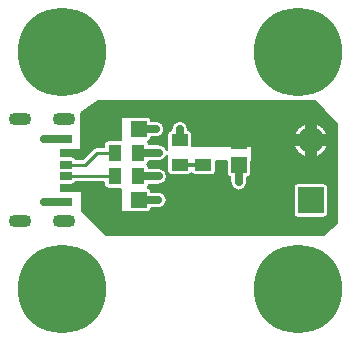
<source format=gtl>
G04 Layer: TopLayer*
G04 EasyEDA Pro v2.1.51, 2024-03-10 10:17:56*
G04 Gerber Generator version 0.3*
G04 Scale: 100 percent, Rotated: No, Reflected: No*
G04 Dimensions in millimeters*
G04 Leading zeros omitted, absolute positions, 3 integers and 5 decimals*
%FSLAX35Y35*%
%MOMM*%
%ADD8191C,0.2032*%
%ADD10C,1.0*%
%ADD11R,1.0X0.8*%
%ADD12R,1.0X0.7*%
%ADD13O,1.9X1.1*%
%ADD14R,2.2X2.2*%
%ADD15C,2.2*%
%ADD16R,1.13254X1.37701*%
%ADD17R,1.35001X1.41*%
%ADD18R,1.41X1.35001*%
%ADD19R,1.39954X1.0*%
%ADD20R,1.37701X1.13254*%
%ADD21C,7.5*%
%ADD22C,0.61*%
%ADD23C,0.254*%
%ADD24C,0.7*%
%ADD25C,0.3*%
G75*


G04 Copper Start*
G36*
G01X874207Y950158D02*
G01X670159Y1154206D01*
G01Y1314997D01*
G03X659999Y1325157I-10160J0D01*
G01X495888D01*
G01Y1379186D01*
G01X586253D01*
G03X619420Y1401486I0J35814D01*
G01X857559D01*
G01Y1381150D01*
G03X893373Y1345336I35814J0D01*
G01X999695D01*
G01Y1159640D01*
G03X1009880Y1149455I10185J0D01*
G01X1068688D01*
G03X1082497Y1146686I13809J33045D01*
G01X1223497D01*
G03X1259158Y1179186I0J35814D01*
G01X1319861D01*
G03X1390675Y1250000I0J70814D01*
G03X1319861Y1320814I-70814J0D01*
G01X1259158D01*
G03X1228687Y1352937I-35660J-3314D01*
G03X1242387Y1379186I-22061J28213D01*
G01X1323502D01*
G03X1394316Y1450000I0J70814D01*
G03X1323502Y1520814I-70814J0D01*
G01X1242387D01*
G03X1224300Y1550000I-35760J-1964D01*
G03X1242387Y1579186I-17673J31149D01*
G01X1323502D01*
G03X1389785Y1625076I0J70814D01*
G01Y1587060D01*
G03X1394209Y1578660I10185J0D01*
G01Y1494971D01*
G03X1430023Y1459157I35814J0D01*
G01X1569977D01*
G03X1600077Y1475565I0J35814D01*
G03X1631150Y1457559I31072J17809D01*
G01X1768851D01*
G03X1804665Y1493373I0J35814D01*
G01Y1576874D01*
G01X1896686D01*
G01Y1476503D01*
G03X1929186Y1440842I35814J0D01*
G01Y1400000D01*
G03X2000000Y1329186I70814J0D01*
G03X2070814Y1400000I0J70814D01*
G01Y1440842D01*
G03X2103315Y1476503I-3314J35660D01*
G01Y1577429D01*
G03X2110185Y1587060I-3315J9631D01*
G01Y1700000D01*
G03X2100000Y1710185I-10185J0D01*
G01X1605791D01*
G01Y1805029D01*
G03X1570814Y1840833I-35814J0D01*
G01Y1850000D01*
G03X1500000Y1920814I-70814J0D01*
G03X1429186Y1850000I0J-70814D01*
G01Y1840833D01*
G03X1394209Y1805029I837J-35804D01*
G01Y1708400D01*
G03X1389785Y1700000I5761J-8400D01*
G01Y1674924D01*
G03X1323502Y1720814I-66283J-24924D01*
G01X1242387D01*
G03X1228687Y1747064I-35760J-1964D01*
G03X1259158Y1779186I-5190J35436D01*
G01X1300000D01*
G03X1370814Y1850000I0J70814D01*
G03X1300000Y1920814I-70814J0D01*
G01X1259158D01*
G03X1223497Y1953315I-35660J-3314D01*
G01X1082497D01*
G03X1068688Y1950546I0J-35814D01*
G01X1009880D01*
G03X999695Y1940360I0J-10185D01*
G01Y1754665D01*
G01X893373D01*
G03X857559Y1718851I0J-35814D01*
G01Y1698514D01*
G01X800000D01*
G03X765695Y1684305I0J-48514D01*
G01X679905Y1598514D01*
G01X619420D01*
G03X586253Y1620814I-33166J-13514D01*
G01X495888D01*
G01Y1674837D01*
G01X655528D01*
G03X665688Y1684997I0J10160D01*
G01Y1984011D01*
G01X806422Y2084596D01*
G01X2641026D01*
G01X2829834Y1895788D01*
G01Y1059206D01*
G01X2720786Y950158D01*
G01X874207D01*
G37*
%LPC*%
G36*
G01X2459586Y1754000D02*
G03X2610000Y1603586I150414J0D01*
G03X2760414Y1754000I0J150414D01*
G03X2610000Y1904414I-150414J0D01*
G03X2459586Y1754000I0J-150414D01*
G37*
G36*
G01X2720000Y1100186D02*
G03X2755814Y1136000I0J35814D01*
G01Y1356000D01*
G03X2720000Y1391814I-35814J0D01*
G01X2500000D01*
G03X2464186Y1356000I0J-35814D01*
G01Y1136000D01*
G03X2500000Y1100186I35814J0D01*
G01X2720000D01*
G37*
%LPD*%
G54D8191*
G01X874207Y950158D02*
G01X670159Y1154206D01*
G01Y1314997D01*
G03X659999Y1325157I-10160J0D01*
G01X495888D01*
G01Y1379186D01*
G01X586253D01*
G03X619420Y1401486I0J35814D01*
G01X857559D01*
G01Y1381150D01*
G03X893373Y1345336I35814J0D01*
G01X999695D01*
G01Y1159640D01*
G03X1009880Y1149455I10185J0D01*
G01X1068688D01*
G03X1082497Y1146686I13809J33045D01*
G01X1223497D01*
G03X1259158Y1179186I0J35814D01*
G01X1319861D01*
G03X1390675Y1250000I0J70814D01*
G03X1319861Y1320814I-70814J0D01*
G01X1259158D01*
G03X1228687Y1352937I-35660J-3314D01*
G03X1242387Y1379186I-22061J28213D01*
G01X1323502D01*
G03X1394316Y1450000I0J70814D01*
G03X1323502Y1520814I-70814J0D01*
G01X1242387D01*
G03X1224300Y1550000I-35760J-1964D01*
G03X1242387Y1579186I-17673J31149D01*
G01X1323502D01*
G03X1389785Y1625076I0J70814D01*
G01Y1587060D01*
G03X1394209Y1578660I10185J0D01*
G01Y1494971D01*
G03X1430023Y1459157I35814J0D01*
G01X1569977D01*
G03X1600077Y1475565I0J35814D01*
G03X1631150Y1457559I31072J17809D01*
G01X1768851D01*
G03X1804665Y1493373I0J35814D01*
G01Y1576874D01*
G01X1896686D01*
G01Y1476503D01*
G03X1929186Y1440842I35814J0D01*
G01Y1400000D01*
G03X2000000Y1329186I70814J0D01*
G03X2070814Y1400000I0J70814D01*
G01Y1440842D01*
G03X2103315Y1476503I-3314J35660D01*
G01Y1577429D01*
G03X2110185Y1587060I-3315J9631D01*
G01Y1700000D01*
G03X2100000Y1710185I-10185J0D01*
G01X1605791D01*
G01Y1805029D01*
G03X1570814Y1840833I-35814J0D01*
G01Y1850000D01*
G03X1500000Y1920814I-70814J0D01*
G03X1429186Y1850000I0J-70814D01*
G01Y1840833D01*
G03X1394209Y1805029I837J-35804D01*
G01Y1708400D01*
G03X1389785Y1700000I5761J-8400D01*
G01Y1674924D01*
G03X1323502Y1720814I-66283J-24924D01*
G01X1242387D01*
G03X1228687Y1747064I-35760J-1964D01*
G03X1259158Y1779186I-5190J35436D01*
G01X1300000D01*
G03X1370814Y1850000I0J70814D01*
G03X1300000Y1920814I-70814J0D01*
G01X1259158D01*
G03X1223497Y1953315I-35660J-3314D01*
G01X1082497D01*
G03X1068688Y1950546I0J-35814D01*
G01X1009880D01*
G03X999695Y1940360I0J-10185D01*
G01Y1754665D01*
G01X893373D01*
G03X857559Y1718851I0J-35814D01*
G01Y1698514D01*
G01X800000D01*
G03X765695Y1684305I0J-48514D01*
G01X679905Y1598514D01*
G01X619420D01*
G03X586253Y1620814I-33166J-13514D01*
G01X495888D01*
G01Y1674837D01*
G01X655528D01*
G03X665688Y1684997I0J10160D01*
G01Y1984011D01*
G01X806422Y2084596D01*
G01X2641026D01*
G01X2829834Y1895788D01*
G01Y1059206D01*
G01X2720786Y950158D01*
G01X874207D01*
G01X2459586Y1754000D02*
G03X2610000Y1603586I150414J0D01*
G03X2760414Y1754000I0J150414D01*
G03X2610000Y1904414I-150414J0D01*
G03X2459586Y1754000I0J-150414D01*
G01X2720000Y1100186D02*
G03X2755814Y1136000I0J35814D01*
G01Y1356000D01*
G03X2720000Y1391814I-35814J0D01*
G01X2500000D01*
G03X2464186Y1356000I0J-35814D01*
G01Y1136000D01*
G03X2500000Y1100186I35814J0D01*
G01X2720000D01*
G54D10*
G01X2610000Y1754000D02*
G01X2610000Y1613492D01*
G01X2610000Y1754000D02*
G01X2610000Y1894508D01*
G01X2610000Y1754000D02*
G01X2469492Y1754000D01*
G01X2610000Y1754000D02*
G01X2750508Y1754000D01*
G04 Copper End*

G04 Pad Start*
G54D11*
G01X536253Y1769989D03*
G54D12*
G01X536253Y1650000D03*
G01X536253Y1550000D03*
G01X536253Y1450000D03*
G01X536253Y1350000D03*
G54D11*
G01X536253Y1230011D03*
G54D13*
G01X143747Y1068010D03*
G01X143747Y1931991D03*
G01X523756Y1068010D03*
G01X523756Y1931991D03*
G54D14*
G01X2610000Y1246000D03*
G54D15*
G01X2610000Y1754000D03*
G54D16*
G01X950000Y1650000D03*
G01X1150000Y1650000D03*
G01X950000Y1450000D03*
G01X1150000Y1450000D03*
G54D17*
G01X2000000Y1752997D03*
G01X2000000Y1547003D03*
G54D18*
G01X947003Y1250000D03*
G01X1152997Y1250000D03*
G54D19*
G01X1500000Y1755029D03*
G01X1500000Y1544971D03*
G54D20*
G01X1700000Y1750000D03*
G01X1700000Y1550000D03*
G54D18*
G01X947003Y1850000D03*
G01X1152997Y1850000D03*
G54D21*
G01X500000Y500000D03*
G01X2500000Y500000D03*
G01X2500000Y2500000D03*
G01X500000Y2500000D03*
G04 Pad End*

G04 Via Start*
G54D22*
G01X1300000Y1850000D03*
G01X1323502Y1650000D03*
G01X1323502Y1450000D03*
G01X1319861Y1250000D03*
G01X1500000Y1850000D03*
G01X2000000Y1400000D03*
G01X350000Y1769989D03*
G01X430000Y1769989D03*
G01X350000Y1230011D03*
G01X430000Y1230011D03*
G04 Via End*

G04 Track Start*
G54D23*
G01X536253Y1550000D02*
G01X700000Y1550000D01*
G01X800000Y1650000D01*
G01X950000D01*
G01X536253Y1450000D02*
G01X950000Y1450000D01*
G54D24*
G01X1300000Y1850000D02*
G01X1152997Y1850000D01*
G01X1323502Y1650000D02*
G01X1176498Y1650000D01*
G01X1323502Y1450000D02*
G01X1176498Y1450000D01*
G01X1319861Y1250000D02*
G01X1172858Y1250000D01*
G01X1500000Y1850000D02*
G01X1500000Y1776499D01*
G01X2000000Y1400000D02*
G01X2000000Y1527142D01*
G01X536253Y1769989D02*
G01X436806Y1769989D01*
G01X350000D01*
G01X350000Y1230011D02*
G01X436806Y1230011D01*
G01X536253D01*
G54D25*
G01X1500000Y1544971D02*
G01X1694971Y1544971D01*
G01X1700000Y1550000D01*
G04 Track End*

M02*

</source>
